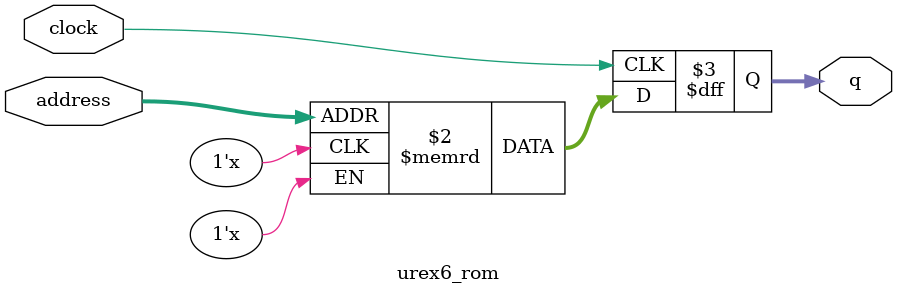
<source format=sv>
module urex6_rom (
	input logic clock,
	input logic [9:0] address,
	output logic [3:0] q
);

logic [3:0] memory [0:1023] /* synthesis ram_init_file = "./urex6/urex6.mif" */;

always_ff @ (posedge clock) begin
	q <= memory[address];
end

endmodule

</source>
